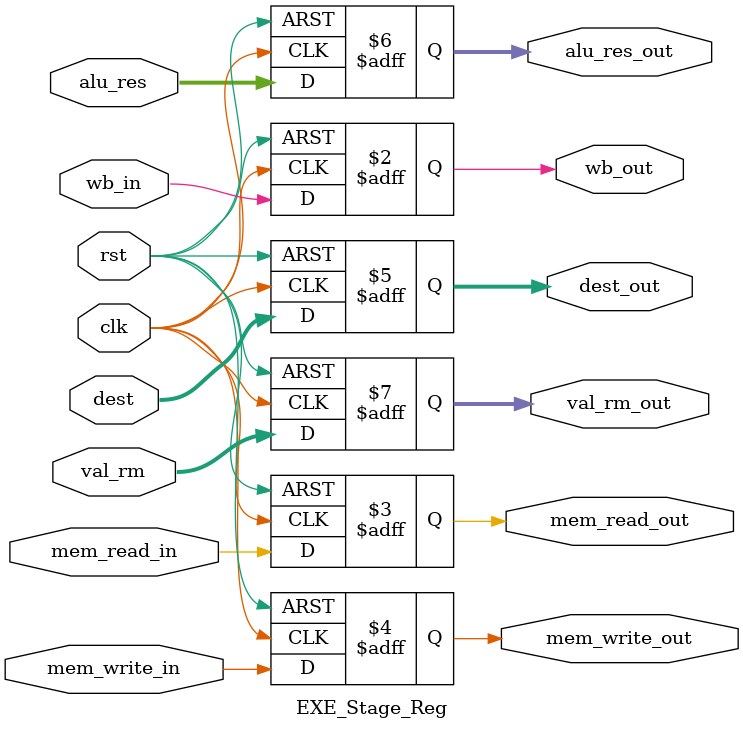
<source format=v>
module EXE_Stage_Reg (
    input clk, rst, wb_in, mem_read_in, mem_write_in, 
    input [3:0] dest,
    input [31:0] alu_res, val_rm, 
    output reg wb_out, mem_read_out, mem_write_out, 
    output reg [3:0] dest_out,
    output reg [31:0] alu_res_out, val_rm_out
);

  always @(posedge clk, posedge rst) begin
      if (rst) begin
          wb_out = 1'b0;
          mem_read_out = 1'b0;
          mem_write_out = 1'b0;
          dest_out = 4'bx;
          alu_res_out = 32'bx; 
          val_rm_out = 32'bx; 
      end else begin
          wb_out = wb_in;
          mem_read_out = mem_read_in;
          mem_write_out = mem_write_in;
          dest_out = dest;
          alu_res_out = alu_res; 
          val_rm_out = val_rm;
      end
  end

endmodule
</source>
